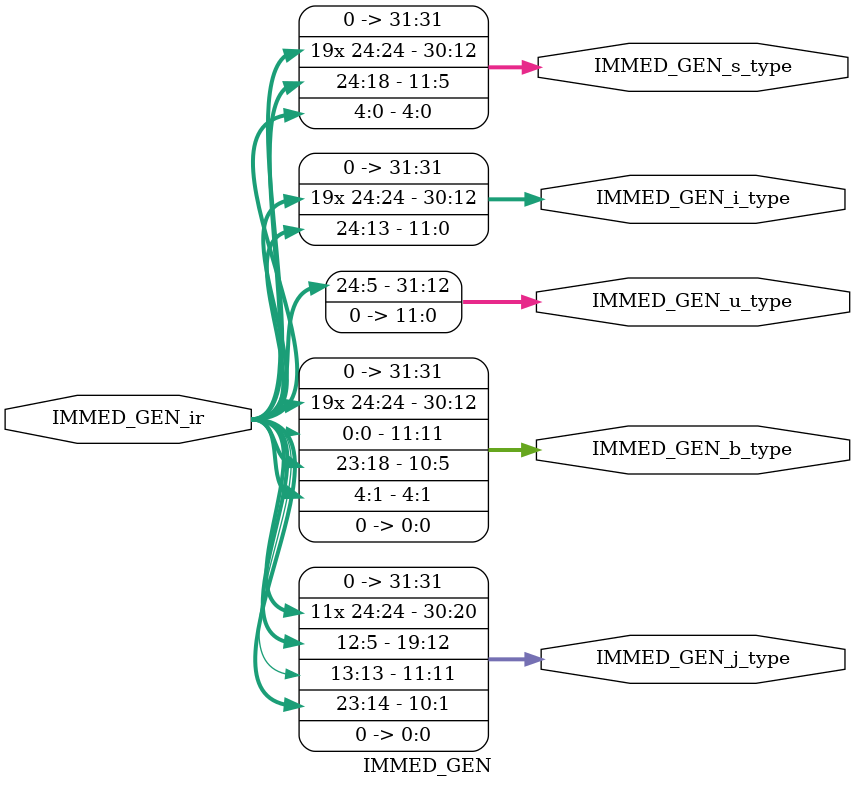
<source format=sv>
`timescale 1ns / 1ps



module IMMED_GEN(
        input logic [24:0] IMMED_GEN_ir,
        output logic [31:0] IMMED_GEN_j_type,
        output logic [31:0] IMMED_GEN_b_type,
        output logic [31:0] IMMED_GEN_u_type,
        output logic [31:0] IMMED_GEN_i_type,
        output logic [31:0] IMMED_GEN_s_type
    );
    
    
    
    // input its bits 31:7 of the instruction
    assign IMMED_GEN_i_type = {{20{IMMED_GEN_ir[24]}}, IMMED_GEN_ir[23:18], IMMED_GEN_ir[17:13]};
    assign IMMED_GEN_s_type = {{20{IMMED_GEN_ir[24]}}, IMMED_GEN_ir[23:18], IMMED_GEN_ir[4:0]};
    assign IMMED_GEN_b_type = {{19{IMMED_GEN_ir[24]}}, IMMED_GEN_ir[0], IMMED_GEN_ir[23:18], IMMED_GEN_ir[4:1], 1'b0};
    assign IMMED_GEN_u_type = {IMMED_GEN_ir[24:5], {12{1'b0}}};
    assign IMMED_GEN_j_type = {{11{IMMED_GEN_ir[24]}}, IMMED_GEN_ir[12:5], IMMED_GEN_ir[13], IMMED_GEN_ir[23:14], 1'b0};
    
endmodule



</source>
